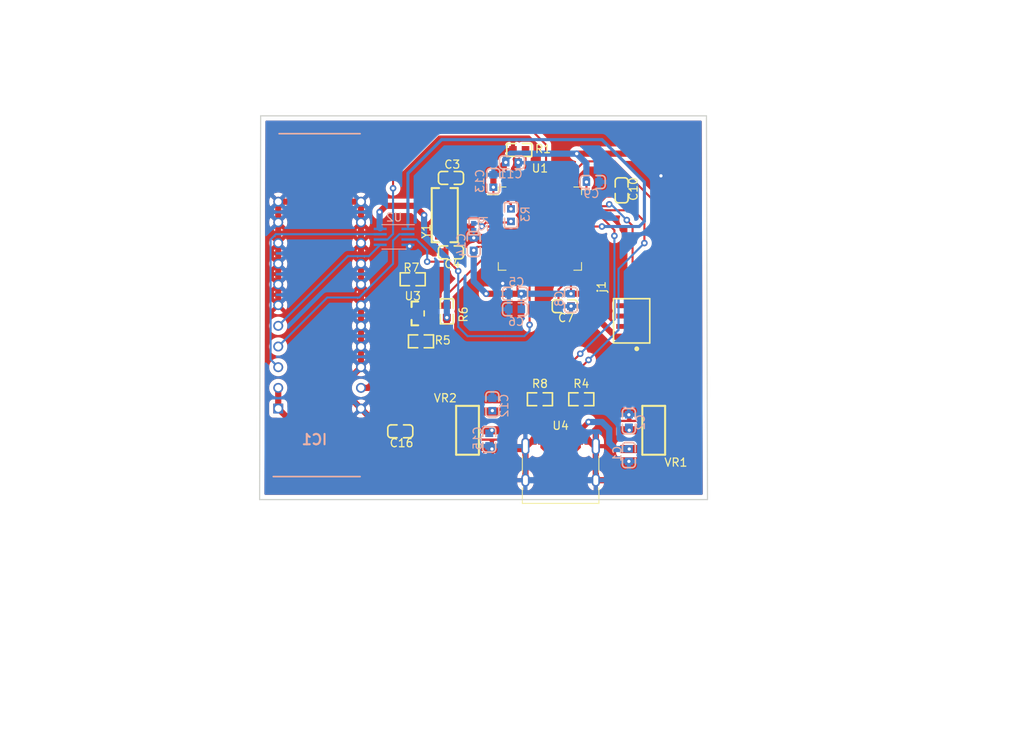
<source format=kicad_pcb>
(kicad_pcb (version 20171130) (host pcbnew "(5.1.8)-1")
  (layers (0 F.Cu signal) (31 B.Cu signal) (34 B.Paste user) (35 F.Paste user) (36 B.SilkS user) (37 F.SilkS user) (38 B.Mask user) (39 F.Mask user) (44 Edge.Cuts user))
  (net 0 "")
  (net 1 GND)
  (net 2 VCC)
  (net 3 /3v3_2)
  (net 4 "Net-(C3-Pad2)")
  (net 5 "Net-(C4-Pad2)")
  (net 6 "Net-(C7-Pad2)")
  (net 7 "Net-(C10-Pad2)")
  (net 8 /3v3_1)
  (net 9 "Net-(IC1-Pad3)")
  (net 10 "Net-(IC1-Pad4)")
  (net 11 "Net-(IC1-Pad5)")
  (net 12 "Net-(IC1-Pad21)")
  (net 13 /SWCLK)
  (net 14 /SWDIO)
  (net 15 "Net-(R1-Pad2)")
  (net 16 "Net-(R2-Pad2)")
  (net 17 "Net-(R4-Pad2)")
  (net 18 "Net-(R5-Pad2)")
  (net 19 /ADC_in)
  (net 20 "Net-(R7-Pad1)")
  (net 21 "Net-(R8-Pad1)")
  (net 22 "Net-(U1-Pad62)")
  (net 23 "Net-(U1-Pad61)")
  (net 24 "Net-(U1-Pad59)")
  (net 25 "Net-(U1-Pad58)")
  (net 26 "Net-(U1-Pad57)")
  (net 27 "Net-(U1-Pad56)")
  (net 28 /M)
  (net 29 "Net-(U1-Pad54)")
  (net 30 "Net-(U1-Pad53)")
  (net 31 "Net-(U1-Pad52)")
  (net 32 "Net-(U1-Pad51)")
  (net 33 "Net-(U1-Pad50)")
  (net 34 /DP)
  (net 35 /DM)
  (net 36 "Net-(U1-Pad43)")
  (net 37 "Net-(U1-Pad42)")
  (net 38 /ICG)
  (net 39 "Net-(U1-Pad40)")
  (net 40 "Net-(U1-Pad39)")
  (net 41 "Net-(U1-Pad38)")
  (net 42 "Net-(U1-Pad37)")
  (net 43 "Net-(U1-Pad36)")
  (net 44 "Net-(U1-Pad35)")
  (net 45 "Net-(U1-Pad34)")
  (net 46 "Net-(U1-Pad33)")
  (net 47 "Net-(U1-Pad30)")
  (net 48 "Net-(U1-Pad29)")
  (net 49 "Net-(U1-Pad28)")
  (net 50 "Net-(U1-Pad27)")
  (net 51 "Net-(U1-Pad26)")
  (net 52 "Net-(U1-Pad25)")
  (net 53 "Net-(U1-Pad24)")
  (net 54 "Net-(U1-Pad23)")
  (net 55 /SH)
  (net 56 "Net-(U1-Pad21)")
  (net 57 "Net-(U1-Pad20)")
  (net 58 "Net-(U1-Pad17)")
  (net 59 "Net-(U1-Pad16)")
  (net 60 "Net-(U1-Pad14)")
  (net 61 "Net-(U1-Pad11)")
  (net 62 "Net-(U1-Pad10)")
  (net 63 "Net-(U1-Pad9)")
  (net 64 "Net-(U1-Pad8)")
  (net 65 "Net-(U1-Pad4)")
  (net 66 "Net-(U1-Pad3)")
  (net 67 "Net-(U1-Pad2)")
  (net 68 "Net-(U4-PadB8)")
  (net 69 "Net-(U4-PadA8)")
  (module Package_QFP:LQFP-64_10x10mm_P0.5mm (layer F.Cu) (at 104.14 114.935)
    (fp_text reference U1 (at 0 -7.4) (layer F.SilkS))
    (fp_text value STM32F405RGTx)
    (pad 64 smd roundrect (at -3.75 -5.675) (size 0.3 1.55) (layers F.Cu F.Paste F.Mask) (net 3 /3v3_2))
    (pad 63 smd roundrect (at -3.25 -5.675) (size 0.3 1.55) (layers F.Cu F.Paste F.Mask) (net 1 GND))
    (pad 62 smd roundrect (at -2.75 -5.675) (size 0.3 1.55) (layers F.Cu F.Paste F.Mask) (net 22 "Net-(U1-Pad62)"))
    (pad 61 smd roundrect (at -2.25 -5.675) (size 0.3 1.55) (layers F.Cu F.Paste F.Mask) (net 23 "Net-(U1-Pad61)"))
    (pad 60 smd roundrect (at -1.75 -5.675) (size 0.3 1.55) (layers F.Cu F.Paste F.Mask) (net 15 "Net-(R1-Pad2)"))
    (pad 59 smd roundrect (at -1.25 -5.675) (size 0.3 1.55) (layers F.Cu F.Paste F.Mask) (net 24 "Net-(U1-Pad59)"))
    (pad 58 smd roundrect (at -0.75 -5.675) (size 0.3 1.55) (layers F.Cu F.Paste F.Mask) (net 25 "Net-(U1-Pad58)"))
    (pad 57 smd roundrect (at -0.25 -5.675) (size 0.3 1.55) (layers F.Cu F.Paste F.Mask) (net 26 "Net-(U1-Pad57)"))
    (pad 56 smd roundrect (at 0.25 -5.675) (size 0.3 1.55) (layers F.Cu F.Paste F.Mask) (net 27 "Net-(U1-Pad56)"))
    (pad 55 smd roundrect (at 0.75 -5.675) (size 0.3 1.55) (layers F.Cu F.Paste F.Mask) (net 28 /M))
    (pad 54 smd roundrect (at 1.25 -5.675) (size 0.3 1.55) (layers F.Cu F.Paste F.Mask) (net 29 "Net-(U1-Pad54)"))
    (pad 53 smd roundrect (at 1.75 -5.675) (size 0.3 1.55) (layers F.Cu F.Paste F.Mask) (net 30 "Net-(U1-Pad53)"))
    (pad 52 smd roundrect (at 2.25 -5.675) (size 0.3 1.55) (layers F.Cu F.Paste F.Mask) (net 31 "Net-(U1-Pad52)"))
    (pad 51 smd roundrect (at 2.75 -5.675) (size 0.3 1.55) (layers F.Cu F.Paste F.Mask) (net 32 "Net-(U1-Pad51)"))
    (pad 50 smd roundrect (at 3.25 -5.675) (size 0.3 1.55) (layers F.Cu F.Paste F.Mask) (net 33 "Net-(U1-Pad50)"))
    (pad 49 smd roundrect (at 3.75 -5.675) (size 0.3 1.55) (layers F.Cu F.Paste F.Mask) (net 13 /SWCLK))
    (pad 48 smd roundrect (at 5.675 -3.75) (size 1.55 0.3) (layers F.Cu F.Paste F.Mask) (net 3 /3v3_2))
    (pad 47 smd roundrect (at 5.675 -3.25) (size 1.55 0.3) (layers F.Cu F.Paste F.Mask) (net 7 "Net-(C10-Pad2)"))
    (pad 46 smd roundrect (at 5.675 -2.75) (size 1.55 0.3) (layers F.Cu F.Paste F.Mask) (net 14 /SWDIO))
    (pad 45 smd roundrect (at 5.675 -2.25) (size 1.55 0.3) (layers F.Cu F.Paste F.Mask) (net 34 /DP))
    (pad 44 smd roundrect (at 5.675 -1.75) (size 1.55 0.3) (layers F.Cu F.Paste F.Mask) (net 35 /DM))
    (pad 43 smd roundrect (at 5.675 -1.25) (size 1.55 0.3) (layers F.Cu F.Paste F.Mask) (net 36 "Net-(U1-Pad43)"))
    (pad 42 smd roundrect (at 5.675 -0.75) (size 1.55 0.3) (layers F.Cu F.Paste F.Mask) (net 37 "Net-(U1-Pad42)"))
    (pad 41 smd roundrect (at 5.675 -0.25) (size 1.55 0.3) (layers F.Cu F.Paste F.Mask) (net 38 /ICG))
    (pad 40 smd roundrect (at 5.675 0.25) (size 1.55 0.3) (layers F.Cu F.Paste F.Mask) (net 39 "Net-(U1-Pad40)"))
    (pad 39 smd roundrect (at 5.675 0.75) (size 1.55 0.3) (layers F.Cu F.Paste F.Mask) (net 40 "Net-(U1-Pad39)"))
    (pad 38 smd roundrect (at 5.675 1.25) (size 1.55 0.3) (layers F.Cu F.Paste F.Mask) (net 41 "Net-(U1-Pad38)"))
    (pad 37 smd roundrect (at 5.675 1.75) (size 1.55 0.3) (layers F.Cu F.Paste F.Mask) (net 42 "Net-(U1-Pad37)"))
    (pad 36 smd roundrect (at 5.675 2.25) (size 1.55 0.3) (layers F.Cu F.Paste F.Mask) (net 43 "Net-(U1-Pad36)"))
    (pad 35 smd roundrect (at 5.675 2.75) (size 1.55 0.3) (layers F.Cu F.Paste F.Mask) (net 44 "Net-(U1-Pad35)"))
    (pad 34 smd roundrect (at 5.675 3.25) (size 1.55 0.3) (layers F.Cu F.Paste F.Mask) (net 45 "Net-(U1-Pad34)"))
    (pad 33 smd roundrect (at 5.675 3.75) (size 1.55 0.3) (layers F.Cu F.Paste F.Mask) (net 46 "Net-(U1-Pad33)"))
    (pad 32 smd roundrect (at 3.75 5.675) (size 0.3 1.55) (layers F.Cu F.Paste F.Mask) (net 3 /3v3_2))
    (pad 31 smd roundrect (at 3.25 5.675) (size 0.3 1.55) (layers F.Cu F.Paste F.Mask) (net 6 "Net-(C7-Pad2)"))
    (pad 30 smd roundrect (at 2.75 5.675) (size 0.3 1.55) (layers F.Cu F.Paste F.Mask) (net 47 "Net-(U1-Pad30)"))
    (pad 29 smd roundrect (at 2.25 5.675) (size 0.3 1.55) (layers F.Cu F.Paste F.Mask) (net 48 "Net-(U1-Pad29)"))
    (pad 28 smd roundrect (at 1.75 5.675) (size 0.3 1.55) (layers F.Cu F.Paste F.Mask) (net 49 "Net-(U1-Pad28)"))
    (pad 27 smd roundrect (at 1.25 5.675) (size 0.3 1.55) (layers F.Cu F.Paste F.Mask) (net 50 "Net-(U1-Pad27)"))
    (pad 26 smd roundrect (at 0.75 5.675) (size 0.3 1.55) (layers F.Cu F.Paste F.Mask) (net 51 "Net-(U1-Pad26)"))
    (pad 25 smd roundrect (at 0.25 5.675) (size 0.3 1.55) (layers F.Cu F.Paste F.Mask) (net 52 "Net-(U1-Pad25)"))
    (pad 24 smd roundrect (at -0.25 5.675) (size 0.3 1.55) (layers F.Cu F.Paste F.Mask) (net 53 "Net-(U1-Pad24)"))
    (pad 23 smd roundrect (at -0.75 5.675) (size 0.3 1.55) (layers F.Cu F.Paste F.Mask) (net 54 "Net-(U1-Pad23)"))
    (pad 22 smd roundrect (at -1.25 5.675) (size 0.3 1.55) (layers F.Cu F.Paste F.Mask) (net 55 /SH))
    (pad 21 smd roundrect (at -1.75 5.675) (size 0.3 1.55) (layers F.Cu F.Paste F.Mask) (net 56 "Net-(U1-Pad21)"))
    (pad 20 smd roundrect (at -2.25 5.675) (size 0.3 1.55) (layers F.Cu F.Paste F.Mask) (net 57 "Net-(U1-Pad20)"))
    (pad 19 smd roundrect (at -2.75 5.675) (size 0.3 1.55) (layers F.Cu F.Paste F.Mask) (net 3 /3v3_2))
    (pad 18 smd roundrect (at -3.25 5.675) (size 0.3 1.55) (layers F.Cu F.Paste F.Mask) (net 1 GND))
    (pad 17 smd roundrect (at -3.75 5.675) (size 0.3 1.55) (layers F.Cu F.Paste F.Mask) (net 58 "Net-(U1-Pad17)"))
    (pad 16 smd roundrect (at -5.675 3.75) (size 1.55 0.3) (layers F.Cu F.Paste F.Mask) (net 59 "Net-(U1-Pad16)"))
    (pad 15 smd roundrect (at -5.675 3.25) (size 1.55 0.3) (layers F.Cu F.Paste F.Mask) (net 19 /ADC_in))
    (pad 14 smd roundrect (at -5.675 2.75) (size 1.55 0.3) (layers F.Cu F.Paste F.Mask) (net 60 "Net-(U1-Pad14)"))
    (pad 13 smd roundrect (at -5.675 2.25) (size 1.55 0.3) (layers F.Cu F.Paste F.Mask) (net 3 /3v3_2))
    (pad 12 smd roundrect (at -5.675 1.75) (size 1.55 0.3) (layers F.Cu F.Paste F.Mask) (net 1 GND))
    (pad 11 smd roundrect (at -5.675 1.25) (size 1.55 0.3) (layers F.Cu F.Paste F.Mask) (net 61 "Net-(U1-Pad11)"))
    (pad 10 smd roundrect (at -5.675 0.75) (size 1.55 0.3) (layers F.Cu F.Paste F.Mask) (net 62 "Net-(U1-Pad10)"))
    (pad 9 smd roundrect (at -5.675 0.25) (size 1.55 0.3) (layers F.Cu F.Paste F.Mask) (net 63 "Net-(U1-Pad9)"))
    (pad 8 smd roundrect (at -5.675 -0.25) (size 1.55 0.3) (layers F.Cu F.Paste F.Mask) (net 64 "Net-(U1-Pad8)"))
    (pad 7 smd roundrect (at -5.675 -0.75) (size 1.55 0.3) (layers F.Cu F.Paste F.Mask) (net 16 "Net-(R2-Pad2)"))
    (pad 6 smd roundrect (at -5.675 -1.25) (size 1.55 0.3) (layers F.Cu F.Paste F.Mask) (net 5 "Net-(C4-Pad2)"))
    (pad 5 smd roundrect (at -5.675 -1.75) (size 1.55 0.3) (layers F.Cu F.Paste F.Mask) (net 4 "Net-(C3-Pad2)"))
    (pad 4 smd roundrect (at -5.675 -2.25) (size 1.55 0.3) (layers F.Cu F.Paste F.Mask) (net 65 "Net-(U1-Pad4)"))
    (pad 3 smd roundrect (at -5.675 -2.75) (size 1.55 0.3) (layers F.Cu F.Paste F.Mask) (net 66 "Net-(U1-Pad3)"))
    (pad 2 smd roundrect (at -5.675 -3.25) (size 1.55 0.3) (layers F.Cu F.Paste F.Mask) (net 67 "Net-(U1-Pad2)"))
    (pad 1 smd roundrect (at -5.675 -3.75) (size 1.55 0.3) (layers F.Cu F.Paste F.Mask) (net 3 /3v3_2))
  )
  (module lc_lib:SMD-5032_2P (layer F.Cu) (at 92.456 113.284 90)
    (fp_text reference Y1 (at -1.975619 -2.276276 90) (layer F.SilkS))
    (fp_text value SMD-5032_2P_8MHz_20ppm_20pF)
    (pad 2 smd rect (at 2.05 0 180) (size 2.4 1.9) (layers F.Cu F.Paste F.Mask) (net 4 "Net-(C3-Pad2)"))
    (pad 1 smd rect (at -2.05 0 180) (size 2.4 1.9) (layers F.Cu F.Paste F.Mask) (net 5 "Net-(C4-Pad2)"))
  )
  (module lc_lib:SOT-223 (layer F.Cu) (at 95.25 139.7)
    (fp_text reference VR2 (at -2.725219 -3.949276) (layer F.SilkS))
    (fp_text value SOT-223_AMS1117-3.3)
    (pad 3 smd rect (at 3 -2.3 270) (size 1 2.2) (layers F.Cu F.Paste F.Mask) (net 2 VCC))
    (pad 2 smd rect (at -3 0 270) (size 3.5 2.2) (layers F.Cu F.Paste F.Mask) (net 8 /3v3_1))
    (pad 2 smd rect (at 3 0 270) (size 1 2.2) (layers F.Cu F.Paste F.Mask) (net 8 /3v3_1))
    (pad 1 smd rect (at 3 2.3 270) (size 1 2.2) (layers F.Cu F.Paste F.Mask) (net 1 GND))
  )
  (module lc_lib:SOT-223 (layer F.Cu) (at 118.11 139.7 180)
    (fp_text reference VR1 (at -2.725219 -3.949276) (layer F.SilkS))
    (fp_text value SOT-223_AMS1117-3.3)
    (pad 3 smd rect (at 3 -2.3 90) (size 1 2.2) (layers F.Cu F.Paste F.Mask) (net 2 VCC))
    (pad 2 smd rect (at -3 0 90) (size 3.5 2.2) (layers F.Cu F.Paste F.Mask) (net 3 /3v3_2))
    (pad 2 smd rect (at 3 0 90) (size 1 2.2) (layers F.Cu F.Paste F.Mask) (net 3 /3v3_2))
    (pad 1 smd rect (at 3 2.3 90) (size 1 2.2) (layers F.Cu F.Paste F.Mask) (net 1 GND))
  )
  (module Connector_USB:USB_C_Receptacle_HRO_TYPE-C-31-M-12 (layer F.Cu) (at 106.68 144.78)
    (fp_text reference U4 (at 0 -5.645) (layer F.SilkS))
    (fp_text value type-c-31-m-12)
    (pad B1 smd rect (at 3.25 -4.045) (size 0.6 1.45) (layers F.Cu F.Paste F.Mask) (net 1 GND))
    (pad A9 smd rect (at 2.45 -4.045) (size 0.6 1.45) (layers F.Cu F.Paste F.Mask) (net 2 VCC))
    (pad B9 smd rect (at -2.45 -4.045) (size 0.6 1.45) (layers F.Cu F.Paste F.Mask) (net 2 VCC))
    (pad B12 smd rect (at -3.25 -4.045) (size 0.6 1.45) (layers F.Cu F.Paste F.Mask) (net 1 GND))
    (pad A1 smd rect (at -3.25 -4.045) (size 0.6 1.45) (layers F.Cu F.Paste F.Mask) (net 1 GND))
    (pad A4 smd rect (at -2.45 -4.045) (size 0.6 1.45) (layers F.Cu F.Paste F.Mask) (net 2 VCC))
    (pad B4 smd rect (at 2.45 -4.045) (size 0.6 1.45) (layers F.Cu F.Paste F.Mask) (net 2 VCC))
    (pad A12 smd rect (at 3.25 -4.045) (size 0.6 1.45) (layers F.Cu F.Paste F.Mask) (net 1 GND))
    (pad B8 smd rect (at -1.75 -4.045) (size 0.3 1.45) (layers F.Cu F.Paste F.Mask) (net 68 "Net-(U4-PadB8)"))
    (pad A5 smd rect (at -1.25 -4.045) (size 0.3 1.45) (layers F.Cu F.Paste F.Mask) (net 21 "Net-(R8-Pad1)"))
    (pad B7 smd rect (at -0.75 -4.045) (size 0.3 1.45) (layers F.Cu F.Paste F.Mask) (net 35 /DM))
    (pad A7 smd rect (at 0.25 -4.045) (size 0.3 1.45) (layers F.Cu F.Paste F.Mask) (net 35 /DM))
    (pad B6 smd rect (at 0.75 -4.045) (size 0.3 1.45) (layers F.Cu F.Paste F.Mask) (net 34 /DP))
    (pad A8 smd rect (at 1.25 -4.045) (size 0.3 1.45) (layers F.Cu F.Paste F.Mask) (net 69 "Net-(U4-PadA8)"))
    (pad B5 smd rect (at 1.75 -4.045) (size 0.3 1.45) (layers F.Cu F.Paste F.Mask) (net 17 "Net-(R4-Pad2)"))
    (pad A6 smd rect (at -0.25 -4.045) (size 0.3 1.45) (layers F.Cu F.Paste F.Mask) (net 34 /DP))
    (pad S1 thru_hole oval (at 4.32 -3.13) (size 1 2.1) (drill oval 0.6 1.7) (layers *.Cu *.Mask) (net 1 GND))
    (pad S1 thru_hole oval (at -4.32 -3.13) (size 1 2.1) (drill oval 0.6 1.7) (layers *.Cu *.Mask) (net 1 GND))
    (pad "" np_thru_hole circle (at -2.89 -2.6) (size 0.65 0.65) (drill 0.65) (layers *.Cu *.Mask))
    (pad S1 thru_hole oval (at -4.32 1.05) (size 1 1.6) (drill oval 0.6 1.2) (layers *.Cu *.Mask) (net 1 GND))
    (pad "" np_thru_hole circle (at 2.89 -2.6) (size 0.65 0.65) (drill 0.65) (layers *.Cu *.Mask))
    (pad S1 thru_hole oval (at 4.32 1.05) (size 1 1.6) (drill oval 0.6 1.2) (layers *.Cu *.Mask) (net 1 GND))
  )
  (module "lc_lib:SOT-23(SOT-23-3)" (layer F.Cu) (at 89.027 125.349)
    (fp_text reference U3 (at -0.500219 -2.136276) (layer F.SilkS))
    (fp_text value 2SA1015_SMD)
    (pad 3 smd rect (at -1.25 0 270) (size 0.7 1.25) (layers F.Cu F.Paste F.Mask) (net 20 "Net-(R7-Pad1)"))
    (pad 2 smd rect (at 1.25 -0.95 270) (size 0.7 1.25) (layers F.Cu F.Paste F.Mask) (net 19 /ADC_in))
    (pad 1 smd rect (at 1.25 0.95 270) (size 0.7 1.25) (layers F.Cu F.Paste F.Mask) (net 18 "Net-(R5-Pad2)"))
  )
  (module Package_SO:SSOP-8_2.95x2.8mm_P0.65mm (layer B.Cu) (at 86.233 115.951 180)
    (fp_text reference U2 (at 0 2.4) (layer B.SilkS) (effects (justify mirror)))
    (fp_text value TC7WH14FU)
    (pad 8 smd rect (at 1.7 0.975 270) (size 0.3 1.6) (layers B.Cu B.Paste B.Mask) (net 8 /3v3_1))
    (pad 7 smd rect (at 1.7 0.325 270) (size 0.3 1.6) (layers B.Cu B.Paste B.Mask) (net 9 "Net-(IC1-Pad3)"))
    (pad 6 smd rect (at 1.7 -0.325 270) (size 0.3 1.6) (layers B.Cu B.Paste B.Mask) (net 28 /M))
    (pad 5 smd rect (at 1.7 -0.975 270) (size 0.3 1.6) (layers B.Cu B.Paste B.Mask) (net 11 "Net-(IC1-Pad5)"))
    (pad 4 smd rect (at -1.7 -0.975 270) (size 0.3 1.6) (layers B.Cu B.Paste B.Mask) (net 1 GND))
    (pad 3 smd rect (at -1.7 -0.325 270) (size 0.3 1.6) (layers B.Cu B.Paste B.Mask) (net 55 /SH))
    (pad 2 smd rect (at -1.7 0.325 270) (size 0.3 1.6) (layers B.Cu B.Paste B.Mask) (net 10 "Net-(IC1-Pad4)"))
    (pad 1 smd rect (at -1.7 0.975 270) (size 0.3 1.6) (layers B.Cu B.Paste B.Mask) (net 38 /ICG))
  )
  (module lc_lib:0603_R (layer F.Cu) (at 104.14 135.89 180)
    (fp_text reference R8 (at 0 1.905) (layer F.SilkS))
    (fp_text value 0603_5.1KΩ__5101_1%)
    (pad 2 smd rect (at 0.77 0 180) (size 0.93 0.98) (layers F.Cu F.Paste F.Mask) (net 1 GND))
    (pad 1 smd rect (at -0.77 0 180) (size 0.93 0.98) (layers F.Cu F.Paste F.Mask) (net 21 "Net-(R8-Pad1)"))
  )
  (module lc_lib:0603_R (layer F.Cu) (at 88.519 121.158)
    (fp_text reference R7 (at -0.158619 -1.439276) (layer F.SilkS))
    (fp_text value 0603_150Ω__1500_1%)
    (pad 2 smd rect (at 0.77 0) (size 0.93 0.98) (layers F.Cu F.Paste F.Mask) (net 1 GND))
    (pad 1 smd rect (at -0.77 0) (size 0.93 0.98) (layers F.Cu F.Paste F.Mask) (net 20 "Net-(R7-Pad1)"))
  )
  (module lc_lib:0603_R (layer F.Cu) (at 92.71 125.095 90)
    (fp_text reference R6 (at -0.381 2.032 90) (layer F.SilkS))
    (fp_text value 0603_2.2KΩ__2201_1%)
    (pad 2 smd rect (at 0.77 0 90) (size 0.93 0.98) (layers F.Cu F.Paste F.Mask) (net 19 /ADC_in))
    (pad 1 smd rect (at -0.77 0 90) (size 0.93 0.98) (layers F.Cu F.Paste F.Mask) (net 8 /3v3_1))
  )
  (module lc_lib:0603_R (layer F.Cu) (at 89.535 128.778)
    (fp_text reference R5 (at 2.667 -0.127) (layer F.SilkS))
    (fp_text value 0603_150Ω__1500_1%)
    (pad 2 smd rect (at 0.77 0) (size 0.93 0.98) (layers F.Cu F.Paste F.Mask) (net 18 "Net-(R5-Pad2)"))
    (pad 1 smd rect (at -0.77 0) (size 0.93 0.98) (layers F.Cu F.Paste F.Mask) (net 12 "Net-(IC1-Pad21)"))
  )
  (module lc_lib:0603_R (layer F.Cu) (at 109.22 135.89 180)
    (fp_text reference R4 (at 0 1.905) (layer F.SilkS))
    (fp_text value 0603_5.1KΩ__5101_1%)
    (pad 2 smd rect (at 0.77 0 180) (size 0.93 0.98) (layers F.Cu F.Paste F.Mask) (net 17 "Net-(R4-Pad2)"))
    (pad 1 smd rect (at -0.77 0 180) (size 0.93 0.98) (layers F.Cu F.Paste F.Mask) (net 1 GND))
  )
  (module lc_lib:0603_R (layer B.Cu) (at 100.584 113.284 270)
    (fp_text reference R3 (at -0.127 -1.778 270) (layer B.SilkS) (effects (justify mirror)))
    (fp_text value 0603_10KΩ__1002_1%)
    (pad 2 smd rect (at 0.77 0 270) (size 0.93 0.98) (layers B.Cu B.Paste B.Mask) (net 16 "Net-(R2-Pad2)"))
    (pad 1 smd rect (at -0.77 0 270) (size 0.93 0.98) (layers B.Cu B.Paste B.Mask) (net 3 /3v3_2))
  )
  (module lc_lib:0402_R (layer B.Cu) (at 96.012 114.725 90)
    (fp_text reference R2 (at 0.401381 1.224276 270) (layer B.SilkS) (effects (justify mirror)))
    (fp_text value 0402_1.2KΩ__1201_1%)
    (pad 2 smd rect (at 0.425 0 90) (size 0.6 0.65) (layers B.Cu B.Paste B.Mask) (net 16 "Net-(R2-Pad2)"))
    (pad 1 smd rect (at -0.425 0 90) (size 0.6 0.65) (layers B.Cu B.Paste B.Mask) (net 1 GND))
  )
  (module lc_lib:0603_R (layer F.Cu) (at 101.6 105.283)
    (fp_text reference R1 (at 2.921 -0.127) (layer F.SilkS))
    (fp_text value 0603_10KΩ__1002_1%)
    (pad 2 smd rect (at 0.77 0) (size 0.93 0.98) (layers F.Cu F.Paste F.Mask) (net 15 "Net-(R1-Pad2)"))
    (pad 1 smd rect (at -0.77 0) (size 0.93 0.98) (layers F.Cu F.Paste F.Mask) (net 1 GND))
  )
  (module ricardo:flash_clip (layer F.Cu) (at 115.443 126.492 90)
    (fp_text reference j1 (at 4.39166 -3.75412 90) (layer F.SilkS))
    (fp_text value flash_clip)
    (pad 1 smd rect (at -1.72466 0.0726 270) (size 0.6 4) (layers F.Cu F.Paste F.Mask) (net 3 /3v3_2))
    (pad 2 smd rect (at -0.45466 0.0726 270) (size 0.6 4) (layers F.Cu F.Paste F.Mask) (net 1 GND))
    (pad 3 smd rect (at 0.81534 0.0726 270) (size 0.6 4) (layers F.Cu F.Paste F.Mask) (net 13 /SWCLK))
    (pad 4 smd rect (at 2.08534 0.0726 270) (size 0.6 4) (layers F.Cu F.Paste F.Mask) (net 14 /SWDIO))
  )
  (module ricardo:DIP1016W62P254L4160H372Q22N (layer B.Cu) (at 77.089 124.333)
    (fp_text reference IC1 (at -0.635 16.51) (layer B.SilkS) (effects (font (size 1.27 1.27) (thickness 0.254)) (justify mirror)))
    (fp_text value TCD1304DG_8Z,AW_ hide)
    (pad 1 thru_hole rect (at -5.08 12.7) (size 1.22 1.22) (drill 0.82) (layers *.Cu *.Mask) (net 8 /3v3_1))
    (pad 2 thru_hole circle (at -5.08 10.16) (size 1.22 1.22) (drill 0.82) (layers *.Cu *.Mask) (net 8 /3v3_1))
    (pad 3 thru_hole circle (at -5.08 7.62) (size 1.22 1.22) (drill 0.82) (layers *.Cu *.Mask) (net 9 "Net-(IC1-Pad3)"))
    (pad 4 thru_hole circle (at -5.08 5.08) (size 1.22 1.22) (drill 0.82) (layers *.Cu *.Mask) (net 10 "Net-(IC1-Pad4)"))
    (pad 5 thru_hole circle (at -5.08 2.54) (size 1.22 1.22) (drill 0.82) (layers *.Cu *.Mask) (net 11 "Net-(IC1-Pad5)"))
    (pad 6 thru_hole circle (at -5.08 0) (size 1.22 1.22) (drill 0.82) (layers *.Cu *.Mask) (net 1 GND))
    (pad 7 thru_hole circle (at -5.08 -2.54) (size 1.22 1.22) (drill 0.82) (layers *.Cu *.Mask) (net 1 GND))
    (pad 8 thru_hole circle (at -5.08 -5.08) (size 1.22 1.22) (drill 0.82) (layers *.Cu *.Mask) (net 1 GND))
    (pad 9 thru_hole circle (at -5.08 -7.62) (size 1.22 1.22) (drill 0.82) (layers *.Cu *.Mask) (net 1 GND))
    (pad 10 thru_hole circle (at -5.08 -10.16) (size 1.22 1.22) (drill 0.82) (layers *.Cu *.Mask) (net 1 GND))
    (pad 11 thru_hole circle (at -5.08 -12.7) (size 1.22 1.22) (drill 0.82) (layers *.Cu *.Mask) (net 1 GND))
    (pad 12 thru_hole circle (at 5.08 -12.7) (size 1.22 1.22) (drill 0.82) (layers *.Cu *.Mask) (net 1 GND))
    (pad 13 thru_hole circle (at 5.08 -10.16) (size 1.22 1.22) (drill 0.82) (layers *.Cu *.Mask) (net 1 GND))
    (pad 14 thru_hole circle (at 5.08 -7.62) (size 1.22 1.22) (drill 0.82) (layers *.Cu *.Mask) (net 1 GND))
    (pad 15 thru_hole circle (at 5.08 -5.08) (size 1.22 1.22) (drill 0.82) (layers *.Cu *.Mask) (net 1 GND))
    (pad 16 thru_hole circle (at 5.08 -2.54) (size 1.22 1.22) (drill 0.82) (layers *.Cu *.Mask) (net 1 GND))
    (pad 17 thru_hole circle (at 5.08 0) (size 1.22 1.22) (drill 0.82) (layers *.Cu *.Mask) (net 1 GND))
    (pad 18 thru_hole circle (at 5.08 2.54) (size 1.22 1.22) (drill 0.82) (layers *.Cu *.Mask) (net 1 GND))
    (pad 19 thru_hole circle (at 5.08 5.08) (size 1.22 1.22) (drill 0.82) (layers *.Cu *.Mask) (net 1 GND))
    (pad 20 thru_hole circle (at 5.08 7.62) (size 1.22 1.22) (drill 0.82) (layers *.Cu *.Mask) (net 1 GND))
    (pad 21 thru_hole circle (at 5.08 10.16) (size 1.22 1.22) (drill 0.82) (layers *.Cu *.Mask) (net 12 "Net-(IC1-Pad21)"))
    (pad 22 thru_hole circle (at 5.08 12.7) (size 1.22 1.22) (drill 0.82) (layers *.Cu *.Mask) (net 1 GND))
  )
  (module lc_lib:0603_C (layer F.Cu) (at 86.995 139.827 180)
    (fp_text reference C16 (at -0.158619 -1.439276) (layer F.SilkS))
    (fp_text value 0603_100nF__104_10%_50V)
    (pad 2 smd rect (at 0.77 0 180) (size 0.93 0.98) (layers F.Cu F.Paste F.Mask) (net 1 GND))
    (pad 1 smd rect (at -0.77 0 180) (size 0.93 0.98) (layers F.Cu F.Paste F.Mask) (net 8 /3v3_1))
  )
  (module lc_lib:0603_C (layer B.Cu) (at 97.917 140.843 270)
    (fp_text reference C15 (at -0.158619 1.439276 270) (layer B.SilkS) (effects (justify mirror)))
    (fp_text value 0603_1uF__105_10%_50V)
    (pad 2 smd rect (at 0.77 0 270) (size 0.93 0.98) (layers B.Cu B.Paste B.Mask) (net 1 GND))
    (pad 1 smd rect (at -0.77 0 270) (size 0.93 0.98) (layers B.Cu B.Paste B.Mask) (net 8 /3v3_1))
  )
  (module lc_lib:0603_C (layer B.Cu) (at 96.012 116.84 90)
    (fp_text reference C14 (at -0.127 -1.524 270) (layer B.SilkS) (effects (justify mirror)))
    (fp_text value 0603_1uF__105_10%_50V)
    (pad 2 smd rect (at 0.77 0 90) (size 0.93 0.98) (layers B.Cu B.Paste B.Mask) (net 1 GND))
    (pad 1 smd rect (at -0.77 0 90) (size 0.93 0.98) (layers B.Cu B.Paste B.Mask) (net 3 /3v3_2))
  )
  (module lc_lib:0603_C (layer B.Cu) (at 98.425 109.093 90)
    (fp_text reference C13 (at 0 -1.651 270) (layer B.SilkS) (effects (justify mirror)))
    (fp_text value 0603_100nF__104_10%_50V)
    (pad 2 smd rect (at 0.77 0 90) (size 0.93 0.98) (layers B.Cu B.Paste B.Mask) (net 1 GND))
    (pad 1 smd rect (at -0.77 0 90) (size 0.93 0.98) (layers B.Cu B.Paste B.Mask) (net 3 /3v3_2))
  )
  (module lc_lib:0603_C (layer B.Cu) (at 98.298 136.525 90)
    (fp_text reference C12 (at -0.158619 1.439276 90) (layer B.SilkS) (effects (justify mirror)))
    (fp_text value 0603_1uF__105_10%_50V)
    (pad 2 smd rect (at 0.77 0 90) (size 0.93 0.98) (layers B.Cu B.Paste B.Mask) (net 1 GND))
    (pad 1 smd rect (at -0.77 0 90) (size 0.93 0.98) (layers B.Cu B.Paste B.Mask) (net 2 VCC))
  )
  (module lc_lib:0603_C (layer B.Cu) (at 100.711 106.807)
    (fp_text reference C11 (at -0.158619 1.439276) (layer B.SilkS) (effects (justify mirror)))
    (fp_text value 0603_100nF__104_10%_50V)
    (pad 2 smd rect (at 0.77 0) (size 0.93 0.98) (layers B.Cu B.Paste B.Mask) (net 1 GND))
    (pad 1 smd rect (at -0.77 0) (size 0.93 0.98) (layers B.Cu B.Paste B.Mask) (net 3 /3v3_2))
  )
  (module lc_lib:0603_C (layer F.Cu) (at 114.173 110.236 270)
    (fp_text reference C10 (at -0.158619 -1.439276 90) (layer F.SilkS))
    (fp_text value 0603_2.2uF__225_10%_16V)
    (pad 2 smd rect (at 0.77 0 270) (size 0.93 0.98) (layers F.Cu F.Paste F.Mask) (net 7 "Net-(C10-Pad2)"))
    (pad 1 smd rect (at -0.77 0 270) (size 0.93 0.98) (layers F.Cu F.Paste F.Mask) (net 1 GND))
  )
  (module lc_lib:0603_C (layer B.Cu) (at 110.617 109.22)
    (fp_text reference C9 (at -0.158619 1.439276) (layer B.SilkS) (effects (justify mirror)))
    (fp_text value 0603_100nF__104_10%_50V)
    (pad 2 smd rect (at 0.77 0) (size 0.93 0.98) (layers B.Cu B.Paste B.Mask) (net 1 GND))
    (pad 1 smd rect (at -0.77 0) (size 0.93 0.98) (layers B.Cu B.Paste B.Mask) (net 3 /3v3_2))
  )
  (module lc_lib:0603_C (layer B.Cu) (at 107.95 123.698 270)
    (fp_text reference C8 (at -0.158619 1.439276 270) (layer B.SilkS) (effects (justify mirror)))
    (fp_text value 0603_100nF__104_10%_50V)
    (pad 2 smd rect (at 0.77 0 270) (size 0.93 0.98) (layers B.Cu B.Paste B.Mask) (net 1 GND))
    (pad 1 smd rect (at -0.77 0 270) (size 0.93 0.98) (layers B.Cu B.Paste B.Mask) (net 3 /3v3_2))
  )
  (module lc_lib:0603_C (layer F.Cu) (at 107.188 124.46 180)
    (fp_text reference C7 (at -0.158619 -1.439276) (layer F.SilkS))
    (fp_text value 0603_2.2uF__225_10%_16V)
    (pad 2 smd rect (at 0.77 0 180) (size 0.93 0.98) (layers F.Cu F.Paste F.Mask) (net 6 "Net-(C7-Pad2)"))
    (pad 1 smd rect (at -0.77 0 180) (size 0.93 0.98) (layers F.Cu F.Paste F.Mask) (net 1 GND))
  )
  (module lc_lib:0603_C (layer B.Cu) (at 101.092 124.841 180)
    (fp_text reference C6 (at -0.127 -1.524) (layer B.SilkS) (effects (justify mirror)))
    (fp_text value 0603_100nF__104_10%_50V)
    (pad 2 smd rect (at 0.77 0 180) (size 0.93 0.98) (layers B.Cu B.Paste B.Mask) (net 1 GND))
    (pad 1 smd rect (at -0.77 0 180) (size 0.93 0.98) (layers B.Cu B.Paste B.Mask) (net 3 /3v3_2))
  )
  (module lc_lib:0603_C (layer B.Cu) (at 101.092 122.936 180)
    (fp_text reference C5 (at -0.158619 1.439276) (layer B.SilkS) (effects (justify mirror)))
    (fp_text value 0603_100nF__104_10%_50V)
    (pad 2 smd rect (at 0.77 0 180) (size 0.93 0.98) (layers B.Cu B.Paste B.Mask) (net 1 GND))
    (pad 1 smd rect (at -0.77 0 180) (size 0.93 0.98) (layers B.Cu B.Paste B.Mask) (net 3 /3v3_2))
  )
  (module lc_lib:0603_C (layer F.Cu) (at 93.218 117.856 180)
    (fp_text reference C4 (at -0.158619 -1.439276) (layer F.SilkS))
    (fp_text value 0603_20pF__200_5%_50V)
    (pad 2 smd rect (at 0.77 0 180) (size 0.93 0.98) (layers F.Cu F.Paste F.Mask) (net 5 "Net-(C4-Pad2)"))
    (pad 1 smd rect (at -0.77 0 180) (size 0.93 0.98) (layers F.Cu F.Paste F.Mask) (net 1 GND))
  )
  (module lc_lib:0603_C (layer F.Cu) (at 93.218 108.712 180)
    (fp_text reference C3 (at -0.158619 1.651) (layer F.SilkS))
    (fp_text value 0603_20pF__200_5%_50V)
    (pad 2 smd rect (at 0.77 0 180) (size 0.93 0.98) (layers F.Cu F.Paste F.Mask) (net 4 "Net-(C3-Pad2)"))
    (pad 1 smd rect (at -0.77 0 180) (size 0.93 0.98) (layers F.Cu F.Paste F.Mask) (net 1 GND))
  )
  (module lc_lib:0603_C (layer B.Cu) (at 115.062 138.565 90)
    (fp_text reference C2 (at -0.158619 1.439276 90) (layer B.SilkS) (effects (justify mirror)))
    (fp_text value 0603_1uF__105_10%_50V)
    (pad 2 smd rect (at 0.77 0 90) (size 0.93 0.98) (layers B.Cu B.Paste B.Mask) (net 1 GND))
    (pad 1 smd rect (at -0.77 0 90) (size 0.93 0.98) (layers B.Cu B.Paste B.Mask) (net 3 /3v3_2))
  )
  (module lc_lib:0603_C (layer B.Cu) (at 115.062 142.748 270)
    (fp_text reference C1 (at -0.158619 1.439276 270) (layer B.SilkS) (effects (justify mirror)))
    (fp_text value 0603_1uF__105_10%_50V)
    (pad 2 smd rect (at 0.77 0 270) (size 0.93 0.98) (layers B.Cu B.Paste B.Mask) (net 1 GND))
    (pad 1 smd rect (at -0.77 0 270) (size 0.93 0.98) (layers B.Cu B.Paste B.Mask) (net 2 VCC))
  )
  (gr_line (start 69.723 148.209) (end 69.85 101.092) (layer Edge.Cuts) (width 0.15))
  (gr_line (start 124.714 148.209) (end 69.723 148.209) (layer Edge.Cuts) (width 0.15))
  (gr_line (start 124.587 101.092) (end 124.714 148.209) (layer Edge.Cuts) (width 0.15))
  (gr_line (start 69.85 101.092) (end 124.587 101.092) (layer Edge.Cuts) (width 0.15))
  (via (at 98.298 137.287) (size 0.8) (drill 0.4) (layers F.Cu B.Cu) (net 2))
  (segment (start 102.36 145.83) (end 102.36 141.65) (width 0.762) (layer F.Cu) (net 1))
  (segment (start 111 145.83) (end 111 141.65) (width 0.762) (layer F.Cu) (net 1))
  (segment (start 103.348999 140.816001) (end 103.348999 140.735) (width 0.762) (layer F.Cu) (net 1))
  (segment (start 102.515 141.65) (end 103.348999 140.816001) (width 0.762) (layer F.Cu) (net 1))
  (segment (start 102.36 141.65) (end 102.515 141.65) (width 0.762) (layer F.Cu) (net 1))
  (segment (start 110.011001 140.816001) (end 110.011001 140.735) (width 0.762) (layer F.Cu) (net 1))
  (segment (start 110.845 141.65) (end 110.011001 140.816001) (width 0.762) (layer F.Cu) (net 1))
  (segment (start 111 141.65) (end 110.845 141.65) (width 0.762) (layer F.Cu) (net 1))
  (segment (start 102.01 142) (end 102.36 141.65) (width 0.762) (layer F.Cu) (net 1))
  (segment (start 98.25 142) (end 98.25 142) (width 0.762) (layer F.Cu) (net 1))
  (segment (start 113.438 137.4) (end 115.11 137.4) (width 0.762) (layer F.Cu) (net 1))
  (segment (start 111 139.838) (end 113.438 137.4) (width 0.762) (layer F.Cu) (net 1))
  (segment (start 111 141.65) (end 111 139.838) (width 0.762) (layer F.Cu) (net 1))
  (via (at 115.062 137.795) (size 0.8) (drill 0.4) (layers F.Cu B.Cu) (net 1))
  (segment (start 115.11 137.747) (end 115.062 137.795) (width 0.762) (layer F.Cu) (net 1))
  (segment (start 115.11 137.4) (end 115.11 137.747) (width 0.762) (layer F.Cu) (net 1))
  (via (at 115.062 143.518) (size 0.8) (drill 0.4) (layers F.Cu B.Cu) (net 1))
  (segment (start 112.75 145.83) (end 115.062 143.518) (width 0.762) (layer F.Cu) (net 1))
  (segment (start 111 145.83) (end 112.75 145.83) (width 0.762) (layer F.Cu) (net 1))
  (segment (start 84.963 139.827) (end 82.169 137.033) (width 0.762) (layer F.Cu) (net 1))
  (segment (start 86.225 139.827) (end 84.963 139.827) (width 0.762) (layer F.Cu) (net 1))
  (via (at 107.958 124.46) (size 0.8) (drill 0.4) (layers F.Cu B.Cu) (net 1))
  (segment (start 107.95 124.468) (end 107.958 124.46) (width 0.254) (layer B.Cu) (net 1))
  (segment (start 103.37 135.89) (end 103.378 135.89) (width 0.254) (layer F.Cu) (net 1))
  (segment (start 72.009 124.333) (end 72.009 121.793) (width 0.762) (layer F.Cu) (net 1))
  (segment (start 72.009 121.793) (end 72.009 118.618) (width 0.762) (layer F.Cu) (net 1))
  (segment (start 72.009 118.618) (end 72.009 119.253) (width 0.762) (layer F.Cu) (net 1))
  (segment (start 72.009 119.253) (end 72.009 116.713) (width 0.762) (layer F.Cu) (net 1))
  (segment (start 72.009 116.713) (end 72.009 114.173) (width 0.762) (layer F.Cu) (net 1))
  (segment (start 72.009 114.173) (end 72.009 111.633) (width 0.762) (layer F.Cu) (net 1))
  (segment (start 72.009 111.633) (end 82.169 111.633) (width 0.762) (layer F.Cu) (net 1))
  (segment (start 82.169 111.633) (end 82.169 114.173) (width 0.762) (layer F.Cu) (net 1))
  (segment (start 82.169 114.173) (end 82.169 116.713) (width 0.762) (layer F.Cu) (net 1))
  (segment (start 82.169 116.713) (end 82.169 119.253) (width 0.762) (layer F.Cu) (net 1))
  (segment (start 82.169 119.253) (end 82.169 121.793) (width 0.762) (layer F.Cu) (net 1))
  (segment (start 82.169 121.793) (end 82.169 124.333) (width 0.762) (layer F.Cu) (net 1))
  (segment (start 82.169 124.333) (end 82.169 126.873) (width 0.762) (layer F.Cu) (net 1))
  (segment (start 82.169 126.873) (end 82.169 129.413) (width 0.762) (layer F.Cu) (net 1))
  (segment (start 82.169 129.413) (end 82.169 131.953) (width 0.762) (layer F.Cu) (net 1))
  (segment (start 80.264 135.128) (end 82.169 137.033) (width 0.762) (layer F.Cu) (net 1))
  (segment (start 80.264 133.858) (end 80.264 135.128) (width 0.762) (layer F.Cu) (net 1))
  (segment (start 82.169 131.953) (end 80.264 133.858) (width 0.762) (layer F.Cu) (net 1))
  (segment (start 100.89 109.26) (end 100.89 107.39) (width 0.254) (layer F.Cu) (net 1))
  (via (at 101.473 106.807) (size 0.8) (drill 0.4) (layers F.Cu B.Cu) (net 1))
  (segment (start 100.89 107.39) (end 101.473 106.807) (width 0.254) (layer F.Cu) (net 1))
  (via (at 96.012 116.078) (size 0.8) (drill 0.4) (layers F.Cu B.Cu) (net 1))
  (segment (start 96.619 116.685) (end 96.012 116.078) (width 0.254) (layer F.Cu) (net 1))
  (segment (start 98.465 116.685) (end 96.619 116.685) (width 0.254) (layer F.Cu) (net 1))
  (segment (start 94.234 117.856) (end 93.988 117.856) (width 0.254) (layer F.Cu) (net 1))
  (segment (start 96.012 116.078) (end 94.234 117.856) (width 0.254) (layer F.Cu) (net 1))
  (segment (start 100.322 124.841) (end 100.322 122.936) (width 0.254) (layer B.Cu) (net 1))
  (via (at 99.568 121.666) (size 0.8) (drill 0.4) (layers F.Cu B.Cu) (net 1))
  (segment (start 100.322 122.42) (end 99.568 121.666) (width 0.254) (layer B.Cu) (net 1))
  (segment (start 100.322 122.936) (end 100.322 122.42) (width 0.254) (layer B.Cu) (net 1))
  (segment (start 100.89 119.766472) (end 100.89 120.61) (width 0.254) (layer F.Cu) (net 1))
  (segment (start 100.148482 119.50799) (end 100.631518 119.50799) (width 0.254) (layer F.Cu) (net 1))
  (segment (start 100.631518 119.50799) (end 100.89 119.766472) (width 0.254) (layer F.Cu) (net 1))
  (segment (start 99.568 120.088472) (end 100.148482 119.50799) (width 0.254) (layer F.Cu) (net 1))
  (segment (start 99.568 121.666) (end 99.568 120.088472) (width 0.254) (layer F.Cu) (net 1))
  (segment (start 102.36 145.83) (end 111 145.83) (width 0.762) (layer B.Cu) (net 1))
  (via (at 118.999 108.458) (size 0.8) (drill 0.4) (layers F.Cu B.Cu) (net 1))
  (via (at 88.138 117.094) (size 0.8) (drill 0.4) (layers F.Cu B.Cu) (net 1))
  (segment (start 96.012 115.15) (end 96.012 116.078) (width 0.254) (layer B.Cu) (net 1))
  (segment (start 98.25 142) (end 102.01 142) (width 0.762) (layer F.Cu) (net 1))
  (via (at 98.25 142) (size 0.8) (drill 0.4) (layers F.Cu B.Cu) (net 1))
  (via (at 115.11 142) (size 0.8) (drill 0.4) (layers F.Cu B.Cu) (net 2))
  (segment (start 115.084 142) (end 115.062 141.978) (width 0.381) (layer B.Cu) (net 2))
  (segment (start 115.11 142) (end 115.084 142) (width 0.381) (layer B.Cu) (net 2))
  (segment (start 115.11 142) (end 113.425 142) (width 0.762) (layer B.Cu) (net 2))
  (segment (start 113.425 142) (end 112.649 141.224) (width 0.762) (layer B.Cu) (net 2))
  (segment (start 112.649 141.224) (end 112.649 139.573) (width 0.762) (layer B.Cu) (net 2))
  (via (at 110.109 138.684) (size 0.8) (drill 0.4) (layers F.Cu B.Cu) (net 2))
  (segment (start 111.76 138.684) (end 110.109 138.684) (width 0.762) (layer B.Cu) (net 2))
  (segment (start 112.649 139.573) (end 111.76 138.684) (width 0.762) (layer B.Cu) (net 2))
  (segment (start 109.112499 139.680501) (end 109.112499 140.735) (width 0.635) (layer F.Cu) (net 2))
  (segment (start 110.109 138.684) (end 109.112499 139.680501) (width 0.635) (layer F.Cu) (net 2))
  (segment (start 104.247501 139.595999) (end 104.247501 140.735) (width 0.635) (layer F.Cu) (net 2))
  (segment (start 102.051502 137.4) (end 104.247501 139.595999) (width 0.635) (layer F.Cu) (net 2))
  (segment (start 98.25 137.4) (end 102.051502 137.4) (width 0.635) (layer F.Cu) (net 2))
  (segment (start 108.970501 140.894499) (end 109.13 140.735) (width 0.381) (layer F.Cu) (net 2))
  (segment (start 108.970501 141.772401) (end 108.970501 140.894499) (width 0.381) (layer F.Cu) (net 2))
  (segment (start 105.247606 142.630508) (end 108.112394 142.630508) (width 0.381) (layer F.Cu) (net 2))
  (segment (start 104.389499 141.772401) (end 105.247606 142.630508) (width 0.381) (layer F.Cu) (net 2))
  (segment (start 104.389499 140.965499) (end 104.389499 141.772401) (width 0.381) (layer F.Cu) (net 2))
  (segment (start 108.112394 142.630508) (end 108.970501 141.772401) (width 0.381) (layer F.Cu) (net 2))
  (segment (start 104.23 140.806) (end 104.389499 140.965499) (width 0.381) (layer F.Cu) (net 2))
  (segment (start 104.23 140.735) (end 104.23 140.806) (width 0.381) (layer F.Cu) (net 2))
  (segment (start 115.11 139.7) (end 115.11 139.7) (width 0.762) (layer F.Cu) (net 3))
  (segment (start 121.11 133.81106) (end 115.5156 128.21666) (width 0.762) (layer F.Cu) (net 3))
  (segment (start 121.11 139.7) (end 121.11 133.81106) (width 0.762) (layer F.Cu) (net 3))
  (via (at 96.012 117.602) (size 0.8) (drill 0.4) (layers F.Cu B.Cu) (net 3))
  (segment (start 96.012 117.61) (end 96.012 117.602) (width 0.254) (layer B.Cu) (net 3))
  (segment (start 96.429 117.185) (end 98.465 117.185) (width 0.254) (layer F.Cu) (net 3))
  (segment (start 96.012 117.602) (end 96.429 117.185) (width 0.254) (layer F.Cu) (net 3))
  (via (at 98.425 109.855) (size 0.8) (drill 0.4) (layers F.Cu B.Cu) (net 3))
  (segment (start 98.425 109.863) (end 98.425 109.855) (width 0.254) (layer B.Cu) (net 3))
  (segment (start 98.425 111.145) (end 98.465 111.185) (width 0.254) (layer F.Cu) (net 3))
  (segment (start 98.425 109.855) (end 98.425 111.145) (width 0.254) (layer F.Cu) (net 3))
  (via (at 99.949 106.807) (size 0.8) (drill 0.4) (layers F.Cu B.Cu) (net 3))
  (segment (start 99.941 106.807) (end 99.949 106.807) (width 0.254) (layer B.Cu) (net 3))
  (segment (start 99.949 108.819) (end 100.39 109.26) (width 0.254) (layer F.Cu) (net 3))
  (segment (start 99.949 106.807) (end 99.949 108.819) (width 0.254) (layer F.Cu) (net 3))
  (via (at 109.855 109.22) (size 0.8) (drill 0.4) (layers F.Cu B.Cu) (net 3))
  (segment (start 109.847 109.22) (end 109.855 109.22) (width 0.254) (layer B.Cu) (net 3))
  (segment (start 109.855 111.145) (end 109.815 111.185) (width 0.254) (layer F.Cu) (net 3))
  (segment (start 109.855 109.22) (end 109.855 111.145) (width 0.254) (layer F.Cu) (net 3))
  (via (at 101.854 122.936) (size 0.8) (drill 0.4) (layers F.Cu B.Cu) (net 3))
  (segment (start 101.862 122.936) (end 101.854 122.936) (width 0.254) (layer B.Cu) (net 3))
  (segment (start 101.39 122.472) (end 101.39 120.61) (width 0.254) (layer F.Cu) (net 3))
  (segment (start 101.854 122.936) (end 101.39 122.472) (width 0.254) (layer F.Cu) (net 3))
  (segment (start 101.862 122.944) (end 101.854 122.936) (width 0.254) (layer B.Cu) (net 3))
  (segment (start 101.862 124.841) (end 101.862 122.944) (width 0.254) (layer B.Cu) (net 3))
  (via (at 107.95 122.936) (size 0.8) (drill 0.4) (layers F.Cu B.Cu) (net 3))
  (segment (start 107.95 122.928) (end 107.95 122.936) (width 0.254) (layer B.Cu) (net 3))
  (segment (start 107.95 120.67) (end 107.89 120.61) (width 0.254) (layer F.Cu) (net 3))
  (segment (start 107.95 122.936) (end 107.95 120.67) (width 0.254) (layer F.Cu) (net 3))
  (segment (start 110.236 122.936) (end 107.95 122.936) (width 0.762) (layer F.Cu) (net 3))
  (segment (start 110.998 125.774862) (end 110.998 123.698) (width 0.762) (layer F.Cu) (net 3))
  (segment (start 110.998 123.698) (end 110.236 122.936) (width 0.762) (layer F.Cu) (net 3))
  (segment (start 113.439798 128.21666) (end 110.998 125.774862) (width 0.762) (layer F.Cu) (net 3))
  (segment (start 115.5156 128.21666) (end 113.439798 128.21666) (width 0.762) (layer F.Cu) (net 3))
  (segment (start 107.942 122.936) (end 107.95 122.928) (width 0.762) (layer B.Cu) (net 3))
  (segment (start 101.854 122.936) (end 107.942 122.936) (width 0.762) (layer B.Cu) (net 3))
  (segment (start 96.012 121.412) (end 97.536 122.936) (width 0.762) (layer B.Cu) (net 3))
  (via (at 97.536 122.936) (size 0.8) (drill 0.4) (layers F.Cu B.Cu) (net 3))
  (segment (start 96.012 117.602) (end 96.012 121.412) (width 0.762) (layer B.Cu) (net 3))
  (segment (start 97.536 122.936) (end 101.854 122.936) (width 0.762) (layer F.Cu) (net 3))
  (segment (start 98.425 108.331) (end 99.949 106.807) (width 0.762) (layer F.Cu) (net 3))
  (segment (start 98.425 109.855) (end 98.425 108.331) (width 0.762) (layer F.Cu) (net 3))
  (segment (start 99.941 106.346198) (end 100.551199 105.735999) (width 0.762) (layer B.Cu) (net 3))
  (segment (start 100.551199 105.735999) (end 108.656999 105.735999) (width 0.762) (layer B.Cu) (net 3))
  (segment (start 99.941 106.807) (end 99.941 106.346198) (width 0.762) (layer B.Cu) (net 3))
  (segment (start 109.847 106.926) (end 109.847 109.22) (width 0.762) (layer B.Cu) (net 3))
  (segment (start 108.656999 105.735999) (end 109.847 106.926) (width 0.762) (layer B.Cu) (net 3))
  (via (at 100.584 112.522) (size 0.8) (drill 0.4) (layers F.Cu B.Cu) (net 3))
  (segment (start 100.584 112.514) (end 100.584 112.522) (width 0.254) (layer B.Cu) (net 3))
  (segment (start 99.812685 111.185) (end 98.465 111.185) (width 0.254) (layer F.Cu) (net 3))
  (segment (start 100.584 111.956315) (end 99.812685 111.185) (width 0.254) (layer F.Cu) (net 3))
  (segment (start 100.584 112.522) (end 100.584 111.956315) (width 0.254) (layer F.Cu) (net 3))
  (segment (start 121.11 133.81106) (end 121.11 113.586) (width 0.762) (layer F.Cu) (net 3))
  (via (at 108.656999 105.735999) (size 0.8) (drill 0.4) (layers F.Cu B.Cu) (net 3))
  (segment (start 118.689999 105.735999) (end 117.403001 105.735999) (width 0.762) (layer F.Cu) (net 3))
  (segment (start 121.11 108.156) (end 118.689999 105.735999) (width 0.762) (layer F.Cu) (net 3))
  (segment (start 121.11 113.586) (end 121.11 108.156) (width 0.762) (layer F.Cu) (net 3))
  (segment (start 117.403001 105.735999) (end 108.656999 105.735999) (width 0.762) (layer F.Cu) (net 3))
  (segment (start 115.11 139.7) (end 121.11 139.7) (width 0.762) (layer F.Cu) (net 3))
  (via (at 115.11 139.7) (size 0.8) (drill 0.4) (layers F.Cu B.Cu) (net 3))
  (segment (start 94.407 113.185) (end 98.465 113.185) (width 0.254) (layer F.Cu) (net 4))
  (segment (start 92.456 111.234) (end 94.407 113.185) (width 0.254) (layer F.Cu) (net 4))
  (segment (start 92.448 111.226) (end 92.456 111.234) (width 0.254) (layer F.Cu) (net 4))
  (segment (start 92.448 108.712) (end 92.448 111.226) (width 0.254) (layer F.Cu) (net 4))
  (segment (start 94.105 113.685) (end 98.465 113.685) (width 0.254) (layer F.Cu) (net 5))
  (segment (start 92.456 115.334) (end 94.105 113.685) (width 0.254) (layer F.Cu) (net 5))
  (segment (start 92.448 115.342) (end 92.456 115.334) (width 0.254) (layer F.Cu) (net 5))
  (segment (start 92.448 117.856) (end 92.448 115.342) (width 0.254) (layer F.Cu) (net 5))
  (segment (start 107.39 121.464) (end 107.39 120.61) (width 0.254) (layer F.Cu) (net 6))
  (segment (start 106.418 122.436) (end 107.39 121.464) (width 0.254) (layer F.Cu) (net 6))
  (segment (start 106.418 124.46) (end 106.418 122.436) (width 0.254) (layer F.Cu) (net 6))
  (segment (start 114.173 111.006) (end 112.26 111.006) (width 0.254) (layer F.Cu) (net 7))
  (segment (start 111.581 111.685) (end 109.815 111.685) (width 0.254) (layer F.Cu) (net 7))
  (segment (start 112.26 111.006) (end 111.581 111.685) (width 0.254) (layer F.Cu) (net 7))
  (segment (start 98.25 139.7) (end 98.25 139.7) (width 0.635) (layer F.Cu) (net 8))
  (segment (start 98.25 139.7) (end 92.25 139.7) (width 0.762) (layer F.Cu) (net 8))
  (segment (start 87.892 139.7) (end 87.765 139.827) (width 0.762) (layer F.Cu) (net 8))
  (segment (start 92.25 139.7) (end 87.892 139.7) (width 0.762) (layer F.Cu) (net 8))
  (segment (start 75.874001 140.898001) (end 72.009 137.033) (width 0.762) (layer F.Cu) (net 8))
  (segment (start 87.154801 140.898001) (end 75.874001 140.898001) (width 0.762) (layer F.Cu) (net 8))
  (segment (start 87.765 140.287802) (end 87.154801 140.898001) (width 0.762) (layer F.Cu) (net 8))
  (segment (start 87.765 139.827) (end 87.765 140.287802) (width 0.762) (layer F.Cu) (net 8))
  (segment (start 92.71 139.24) (end 92.25 139.7) (width 0.762) (layer F.Cu) (net 8))
  (segment (start 92.71 125.865) (end 92.71 139.24) (width 0.762) (layer F.Cu) (net 8))
  (via (at 92.71 125.865) (size 0.8) (drill 0.4) (layers F.Cu B.Cu) (net 8))
  (segment (start 72.009 137.033) (end 72.009 134.493) (width 0.762) (layer F.Cu) (net 8))
  (segment (start 92.71 125.865) (end 92.71 118.618) (width 0.762) (layer B.Cu) (net 8))
  (via (at 89.916 113.284) (size 0.8) (drill 0.4) (layers F.Cu B.Cu) (net 8))
  (segment (start 89.916 115.824) (end 89.916 113.284) (width 0.762) (layer B.Cu) (net 8))
  (segment (start 92.71 118.618) (end 89.916 115.824) (width 0.762) (layer B.Cu) (net 8))
  (segment (start 89.916 113.284) (end 88.9 112.268) (width 0.762) (layer F.Cu) (net 8))
  (segment (start 88.9 112.268) (end 88.773 112.141) (width 0.762) (layer F.Cu) (net 8))
  (via (at 84.455 112.903) (size 0.8) (drill 0.4) (layers F.Cu B.Cu) (net 8))
  (segment (start 85.217 112.141) (end 84.455 112.903) (width 0.762) (layer F.Cu) (net 8))
  (segment (start 88.773 112.141) (end 85.217 112.141) (width 0.762) (layer F.Cu) (net 8))
  (segment (start 84.455 114.816999) (end 84.533 114.894999) (width 0.762) (layer B.Cu) (net 8))
  (segment (start 84.455 112.903) (end 84.455 114.816999) (width 0.762) (layer B.Cu) (net 8))
  (segment (start 98.25 139.7) (end 98.036 139.7) (width 0.635) (layer F.Cu) (net 8))
  (via (at 98.25 139.7) (size 0.8) (drill 0.4) (layers F.Cu B.Cu) (net 8))
  (segment (start 71.709238 115.626) (end 84.533 115.626) (width 0.254) (layer B.Cu) (net 9))
  (segment (start 71.071999 116.263239) (end 71.709238 115.626) (width 0.254) (layer B.Cu) (net 9))
  (segment (start 71.071999 131.015999) (end 71.071999 116.263239) (width 0.254) (layer B.Cu) (net 9))
  (segment (start 72.009 131.953) (end 71.071999 131.015999) (width 0.254) (layer B.Cu) (net 9))
  (segment (start 78.026001 123.395999) (end 72.009 129.413) (width 0.254) (layer B.Cu) (net 10))
  (segment (start 81.952763 123.395999) (end 78.026001 123.395999) (width 0.254) (layer B.Cu) (net 10))
  (segment (start 86.106 119.242762) (end 81.952763 123.395999) (width 0.254) (layer B.Cu) (net 10))
  (segment (start 86.106 116.399) (end 86.106 119.242762) (width 0.254) (layer B.Cu) (net 10))
  (segment (start 86.879 115.626) (end 86.106 116.399) (width 0.254) (layer B.Cu) (net 10))
  (segment (start 87.933 115.626) (end 86.879 115.626) (width 0.254) (layer B.Cu) (net 10))
  (segment (start 83.143001 118.315999) (end 84.533 116.926) (width 0.254) (layer B.Cu) (net 11))
  (segment (start 80.566001 118.315999) (end 83.143001 118.315999) (width 0.254) (layer B.Cu) (net 11))
  (segment (start 72.009 126.873) (end 80.566001 118.315999) (width 0.254) (layer B.Cu) (net 11))
  (segment (start 83.05 134.493) (end 88.765 128.778) (width 0.762) (layer F.Cu) (net 12))
  (segment (start 82.169 134.493) (end 83.05 134.493) (width 0.762) (layer F.Cu) (net 12))
  (segment (start 109.601 106.68) (end 107.89 108.391) (width 0.254) (layer F.Cu) (net 13))
  (segment (start 113.284 106.68) (end 109.601 106.68) (width 0.254) (layer F.Cu) (net 13))
  (segment (start 118.364 111.76) (end 113.284 106.68) (width 0.254) (layer F.Cu) (net 13))
  (segment (start 118.364 125.08226) (end 118.364 111.76) (width 0.254) (layer F.Cu) (net 13))
  (segment (start 117.7696 125.67666) (end 118.364 125.08226) (width 0.254) (layer F.Cu) (net 13))
  (segment (start 107.89 108.391) (end 107.89 109.26) (width 0.254) (layer F.Cu) (net 13))
  (segment (start 115.5156 125.67666) (end 117.7696 125.67666) (width 0.254) (layer F.Cu) (net 13))
  (segment (start 115.5156 124.40666) (end 115.5156 117.0396) (width 0.254) (layer F.Cu) (net 14))
  (via (at 114.808 113.8905) (size 0.8) (drill 0.4) (layers F.Cu B.Cu) (net 14))
  (segment (start 115.5156 114.5981) (end 114.808 113.8905) (width 0.254) (layer F.Cu) (net 14))
  (segment (start 115.5156 117.0396) (end 115.5156 114.5981) (width 0.254) (layer F.Cu) (net 14))
  (via (at 112.649 111.958) (size 0.8) (drill 0.4) (layers F.Cu B.Cu) (net 14))
  (segment (start 112.8755 111.958) (end 112.649 111.958) (width 0.254) (layer B.Cu) (net 14))
  (segment (start 114.808 113.8905) (end 112.8755 111.958) (width 0.254) (layer B.Cu) (net 14))
  (segment (start 112.422 112.185) (end 109.815 112.185) (width 0.254) (layer F.Cu) (net 14))
  (segment (start 112.649 111.958) (end 112.422 112.185) (width 0.254) (layer F.Cu) (net 14))
  (segment (start 102.37 109.24) (end 102.39 109.26) (width 0.254) (layer F.Cu) (net 15))
  (segment (start 102.37 105.283) (end 102.37 109.24) (width 0.254) (layer F.Cu) (net 15))
  (via (at 100.584 114.054) (size 0.8) (drill 0.4) (layers F.Cu B.Cu) (net 16))
  (segment (start 100.453 114.185) (end 100.584 114.054) (width 0.254) (layer F.Cu) (net 16))
  (segment (start 98.465 114.185) (end 100.453 114.185) (width 0.254) (layer F.Cu) (net 16))
  (via (at 97.028 114.681) (size 0.8) (drill 0.4) (layers F.Cu B.Cu) (net 16))
  (segment (start 97.524 114.185) (end 97.028 114.681) (width 0.254) (layer F.Cu) (net 16))
  (segment (start 98.465 114.185) (end 97.524 114.185) (width 0.254) (layer F.Cu) (net 16))
  (segment (start 96.647 114.3) (end 96.012 114.3) (width 0.254) (layer B.Cu) (net 16))
  (segment (start 97.028 114.681) (end 96.647 114.3) (width 0.254) (layer B.Cu) (net 16))
  (segment (start 108.45 140.715) (end 108.43 140.735) (width 0.254) (layer F.Cu) (net 17))
  (segment (start 108.45 135.89) (end 108.45 140.715) (width 0.254) (layer F.Cu) (net 17))
  (segment (start 90.305 126.327) (end 90.277 126.299) (width 0.762) (layer F.Cu) (net 18))
  (segment (start 90.305 128.778) (end 90.305 126.327) (width 0.762) (layer F.Cu) (net 18))
  (segment (start 92.636 124.399) (end 92.71 124.325) (width 0.762) (layer F.Cu) (net 19))
  (segment (start 90.277 124.399) (end 92.636 124.399) (width 0.762) (layer F.Cu) (net 19))
  (segment (start 97.588 118.185) (end 98.465 118.185) (width 0.254) (layer F.Cu) (net 19))
  (segment (start 92.71 123.063) (end 97.588 118.185) (width 0.254) (layer F.Cu) (net 19))
  (segment (start 92.71 124.325) (end 92.71 123.063) (width 0.254) (layer F.Cu) (net 19))
  (segment (start 87.777 125.349) (end 87.757 125.349) (width 0.762) (layer F.Cu) (net 20))
  (segment (start 87.757 121.166) (end 87.749 121.158) (width 0.762) (layer F.Cu) (net 20))
  (segment (start 87.757 125.349) (end 87.757 121.166) (width 0.762) (layer F.Cu) (net 20))
  (segment (start 105.43 136.41) (end 105.43 140.735) (width 0.254) (layer F.Cu) (net 21))
  (segment (start 104.91 135.89) (end 105.43 136.41) (width 0.254) (layer F.Cu) (net 21))
  (via (at 86.106 109.982) (size 0.8) (drill 0.4) (layers F.Cu B.Cu) (net 28))
  (segment (start 86.106 115.591602) (end 86.106 109.982) (width 0.254) (layer B.Cu) (net 28))
  (segment (start 85.421602 116.276) (end 86.106 115.591602) (width 0.254) (layer B.Cu) (net 28))
  (segment (start 84.533 116.276) (end 85.421602 116.276) (width 0.254) (layer B.Cu) (net 28))
  (segment (start 103.124 102.87) (end 104.89 104.636) (width 0.254) (layer F.Cu) (net 28))
  (segment (start 104.89 104.636) (end 104.89 109.26) (width 0.254) (layer F.Cu) (net 28))
  (segment (start 91.44 102.87) (end 103.124 102.87) (width 0.254) (layer F.Cu) (net 28))
  (segment (start 86.106 108.204) (end 91.44 102.87) (width 0.254) (layer F.Cu) (net 28))
  (segment (start 86.106 109.982) (end 86.106 108.204) (width 0.254) (layer F.Cu) (net 28))
  (via (at 110.109 131.064) (size 0.8) (drill 0.4) (layers F.Cu B.Cu) (net 34))
  (segment (start 107.43 133.743) (end 110.109 131.064) (width 0.254) (layer F.Cu) (net 34))
  (segment (start 107.43 140.735) (end 107.43 133.743) (width 0.254) (layer F.Cu) (net 34))
  (segment (start 110.109 131.064) (end 113.792 127.381) (width 0.254) (layer B.Cu) (net 34))
  (via (at 116.967 116.713) (size 0.8) (drill 0.4) (layers F.Cu B.Cu) (net 34))
  (segment (start 113.792 119.888) (end 116.967 116.713) (width 0.254) (layer B.Cu) (net 34))
  (segment (start 113.792 127.381) (end 113.792 119.888) (width 0.254) (layer B.Cu) (net 34))
  (segment (start 116.967 116.713) (end 116.967 114.046) (width 0.254) (layer F.Cu) (net 34))
  (segment (start 115.606 112.685) (end 109.815 112.685) (width 0.254) (layer F.Cu) (net 34))
  (segment (start 116.967 114.046) (end 115.606 112.685) (width 0.254) (layer F.Cu) (net 34))
  (segment (start 106.426 140.739) (end 106.43 140.735) (width 0.254) (layer F.Cu) (net 34))
  (segment (start 106.43 141.714) (end 106.829 142.113) (width 0.254) (layer F.Cu) (net 34))
  (segment (start 106.43 140.735) (end 106.43 141.714) (width 0.254) (layer F.Cu) (net 34))
  (segment (start 107.43 141.698602) (end 107.43 140.735) (width 0.254) (layer F.Cu) (net 34))
  (segment (start 107.015602 142.113) (end 107.43 141.698602) (width 0.254) (layer F.Cu) (net 34))
  (segment (start 106.829 142.113) (end 107.015602 142.113) (width 0.254) (layer F.Cu) (net 34))
  (via (at 109.093 130.302) (size 0.8) (drill 0.4) (layers F.Cu B.Cu) (net 35))
  (segment (start 106.93 132.465) (end 109.093 130.302) (width 0.254) (layer F.Cu) (net 35))
  (segment (start 106.93 140.735) (end 106.93 132.465) (width 0.254) (layer F.Cu) (net 35))
  (segment (start 109.093 130.302) (end 113.284 126.111) (width 0.254) (layer B.Cu) (net 35))
  (via (at 113.284 115.824) (size 0.8) (drill 0.4) (layers F.Cu B.Cu) (net 35))
  (segment (start 113.284 126.111) (end 113.284 115.824) (width 0.254) (layer B.Cu) (net 35))
  (segment (start 113.284 115.129038) (end 113.284 115.824) (width 0.254) (layer F.Cu) (net 35))
  (segment (start 111.339962 113.185) (end 113.284 115.129038) (width 0.254) (layer F.Cu) (net 35))
  (segment (start 109.815 113.185) (end 111.339962 113.185) (width 0.254) (layer F.Cu) (net 35))
  (segment (start 105.93 139.756) (end 106.24 139.446) (width 0.254) (layer F.Cu) (net 35))
  (segment (start 105.93 140.735) (end 105.93 139.756) (width 0.254) (layer F.Cu) (net 35))
  (segment (start 106.93 139.771398) (end 106.93 140.735) (width 0.254) (layer F.Cu) (net 35))
  (segment (start 106.604602 139.446) (end 106.93 139.771398) (width 0.254) (layer F.Cu) (net 35))
  (segment (start 106.24 139.446) (end 106.604602 139.446) (width 0.254) (layer F.Cu) (net 35))
  (segment (start 87.933 114.976) (end 87.933 114.572) (width 0.254) (layer B.Cu) (net 38))
  (segment (start 87.933 114.572) (end 87.933 108.155) (width 0.381) (layer B.Cu) (net 38))
  (segment (start 87.933 108.155) (end 92.075 104.013) (width 0.381) (layer B.Cu) (net 38))
  (segment (start 92.075 104.013) (end 111.76 104.013) (width 0.381) (layer B.Cu) (net 38))
  (segment (start 111.76 104.013) (end 116.967 109.22) (width 0.381) (layer B.Cu) (net 38))
  (segment (start 116.967 109.22) (end 116.967 114.046) (width 0.381) (layer B.Cu) (net 38))
  (via (at 111.76 114.681) (size 0.8) (drill 0.4) (layers F.Cu B.Cu) (net 38))
  (segment (start 116.332 114.681) (end 111.76 114.681) (width 0.381) (layer B.Cu) (net 38))
  (segment (start 116.967 114.046) (end 116.332 114.681) (width 0.381) (layer B.Cu) (net 38))
  (segment (start 109.819 114.681) (end 109.815 114.685) (width 0.254) (layer F.Cu) (net 38))
  (segment (start 111.76 114.681) (end 109.819 114.681) (width 0.254) (layer F.Cu) (net 38))
  (via (at 90.297 118.999) (size 0.8) (drill 0.4) (layers F.Cu B.Cu) (net 55))
  (segment (start 90.297 117.586) (end 90.297 118.999) (width 0.254) (layer B.Cu) (net 55))
  (segment (start 88.987 116.276) (end 90.297 117.586) (width 0.254) (layer B.Cu) (net 55))
  (segment (start 87.933 116.276) (end 88.987 116.276) (width 0.254) (layer B.Cu) (net 55))
  (via (at 94.107 120.142) (size 0.8) (drill 0.4) (layers F.Cu B.Cu) (net 55))
  (segment (start 92.964 118.999) (end 94.107 120.142) (width 0.254) (layer F.Cu) (net 55))
  (segment (start 90.297 118.999) (end 92.964 118.999) (width 0.254) (layer F.Cu) (net 55))
  (segment (start 94.107 120.142) (end 94.107 124.968) (width 0.254) (layer B.Cu) (net 55))
  (segment (start 94.107 124.968) (end 94.107 125.603) (width 0.254) (layer B.Cu) (net 55))
  (segment (start 94.107 125.603) (end 94.107 126.492) (width 0.254) (layer B.Cu) (net 55))
  (segment (start 94.107 126.492) (end 94.107 127) (width 0.254) (layer B.Cu) (net 55))
  (segment (start 94.107 127) (end 95.25 128.143) (width 0.254) (layer B.Cu) (net 55))
  (segment (start 95.25 128.143) (end 99.822 128.143) (width 0.254) (layer B.Cu) (net 55))
  (segment (start 99.822 128.143) (end 102.235 128.143) (width 0.254) (layer B.Cu) (net 55))
  (via (at 102.87 126.746) (size 0.8) (drill 0.4) (layers F.Cu B.Cu) (net 55))
  (segment (start 102.87 127.508) (end 102.87 126.746) (width 0.254) (layer B.Cu) (net 55))
  (segment (start 102.235 128.143) (end 102.87 127.508) (width 0.254) (layer B.Cu) (net 55))
  (segment (start 102.87 120.63) (end 102.89 120.61) (width 0.254) (layer F.Cu) (net 55))
  (segment (start 102.87 126.746) (end 102.87 120.63) (width 0.254) (layer F.Cu) (net 55))
  (zone (net 1) (net_name GND) (layer F.Cu) (connect_pads (clearance 0.508)) (min_thickness 0.254) (fill yes (arc_segments 32) (thermal_gap 0.508) (thermal_bridge_width 0.508))
    (polygon (pts (xy 143.764 97.155) (xy 138.938 160.909) (xy 63.119 158.75) (xy 55.118 111.125) (xy 62.23 95.377)))
  )
  (zone (net 1) (net_name GND) (layer B.Cu) (connect_pads (clearance 0.508)) (min_thickness 0.254) (fill yes (arc_segments 32) (thermal_gap 0.508) (thermal_bridge_width 0.508))
    (polygon (pts (xy 163.576 87.503) (xy 144.78 178.816) (xy 47.371 179.578) (xy 37.846 122.555) (xy 51.181 86.868)))
  )
)
</source>
